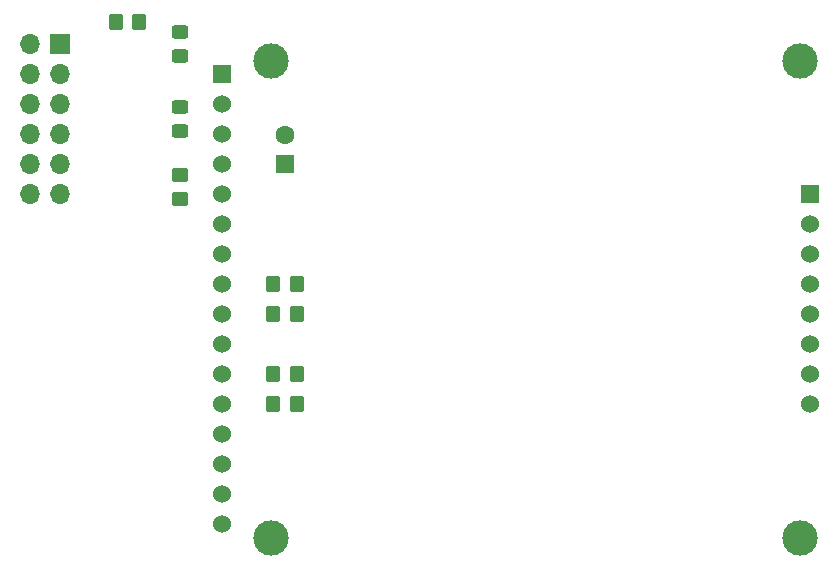
<source format=gts>
G04 #@! TF.GenerationSoftware,KiCad,Pcbnew,7.0.1*
G04 #@! TF.CreationDate,2023-04-02T16:08:30+02:00*
G04 #@! TF.ProjectId,PMOD SPI SD TFT,504d4f44-2053-4504-9920-534420544654,V1.0*
G04 #@! TF.SameCoordinates,Original*
G04 #@! TF.FileFunction,Soldermask,Top*
G04 #@! TF.FilePolarity,Negative*
%FSLAX46Y46*%
G04 Gerber Fmt 4.6, Leading zero omitted, Abs format (unit mm)*
G04 Created by KiCad (PCBNEW 7.0.1) date 2023-04-02 16:08:30*
%MOMM*%
%LPD*%
G01*
G04 APERTURE LIST*
G04 Aperture macros list*
%AMRoundRect*
0 Rectangle with rounded corners*
0 $1 Rounding radius*
0 $2 $3 $4 $5 $6 $7 $8 $9 X,Y pos of 4 corners*
0 Add a 4 corners polygon primitive as box body*
4,1,4,$2,$3,$4,$5,$6,$7,$8,$9,$2,$3,0*
0 Add four circle primitives for the rounded corners*
1,1,$1+$1,$2,$3*
1,1,$1+$1,$4,$5*
1,1,$1+$1,$6,$7*
1,1,$1+$1,$8,$9*
0 Add four rect primitives between the rounded corners*
20,1,$1+$1,$2,$3,$4,$5,0*
20,1,$1+$1,$4,$5,$6,$7,0*
20,1,$1+$1,$6,$7,$8,$9,0*
20,1,$1+$1,$8,$9,$2,$3,0*%
G04 Aperture macros list end*
%ADD10RoundRect,0.250000X0.350000X0.450000X-0.350000X0.450000X-0.350000X-0.450000X0.350000X-0.450000X0*%
%ADD11R,1.700000X1.700000*%
%ADD12O,1.700000X1.700000*%
%ADD13RoundRect,0.250000X-0.450000X0.325000X-0.450000X-0.325000X0.450000X-0.325000X0.450000X0.325000X0*%
%ADD14C,1.524000*%
%ADD15R,1.524000X1.524000*%
%ADD16C,3.000000*%
%ADD17R,1.600000X1.600000*%
%ADD18C,1.600000*%
%ADD19RoundRect,0.250000X-0.350000X-0.450000X0.350000X-0.450000X0.350000X0.450000X-0.350000X0.450000X0*%
%ADD20RoundRect,0.250000X-0.450000X0.350000X-0.450000X-0.350000X0.450000X-0.350000X0.450000X0.350000X0*%
%ADD21RoundRect,0.250000X0.450000X-0.325000X0.450000X0.325000X-0.450000X0.325000X-0.450000X-0.325000X0*%
G04 APERTURE END LIST*
D10*
X-21860000Y1270000D03*
X-23860000Y1270000D03*
D11*
X-41910000Y21590000D03*
D12*
X-41910000Y19050000D03*
X-41910000Y16510000D03*
X-41910000Y13970000D03*
X-41910000Y11430000D03*
X-41910000Y8890000D03*
X-44450000Y21590000D03*
X-44450000Y19050000D03*
X-44450000Y16510000D03*
X-44450000Y13970000D03*
X-44450000Y11430000D03*
X-44450000Y8890000D03*
D13*
X-31750000Y22615000D03*
X-31750000Y20565000D03*
D14*
X-28213800Y-19050000D03*
X-28213800Y-16510000D03*
X-28213800Y-13970000D03*
X-28213800Y-11430000D03*
X-28213800Y-8890000D03*
X-28213800Y-6350000D03*
X-28213800Y-3810000D03*
X-28213800Y-1270000D03*
X21620000Y-8890000D03*
X-28213800Y1270000D03*
X21620000Y-6350000D03*
X-28213800Y3810000D03*
X21620000Y-3810000D03*
X-28213800Y6350000D03*
X21620000Y-1270000D03*
X-28213800Y8890000D03*
X21620000Y1270000D03*
X-28213800Y11430000D03*
X21620000Y3810000D03*
X-28213800Y13970000D03*
X21620000Y6350000D03*
X-28213800Y16510000D03*
D15*
X21620000Y8890000D03*
X-28213800Y19050000D03*
D16*
X20760000Y-20195000D03*
X20760000Y20195000D03*
X-24040000Y-20195000D03*
X-24040000Y20195000D03*
D17*
X-22860000Y11430000D03*
D18*
X-22860000Y13930000D03*
D10*
X-21860000Y-8890000D03*
X-23860000Y-8890000D03*
D19*
X-23860000Y-6350000D03*
X-21860000Y-6350000D03*
X-23860000Y-1270000D03*
X-21860000Y-1270000D03*
D10*
X-35195000Y23495000D03*
X-37195000Y23495000D03*
D20*
X-31750000Y10525000D03*
X-31750000Y8525000D03*
D21*
X-31750000Y14215000D03*
X-31750000Y16265000D03*
M02*

</source>
